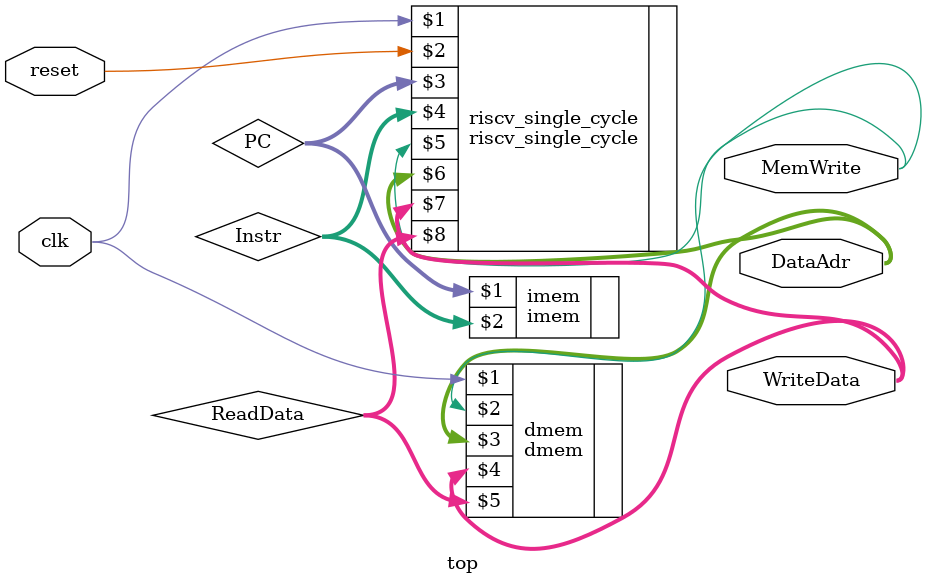
<source format=sv>
module top(input   logic              clk, reset,
                  output logic [31:0] WriteData, DataAdr,
                  output logic             MemWrite);
    logic [31:0] PC, Instr, ReadData;
    // instantiate processor and memories
     riscv_single_cycle riscv_single_cycle( clk, reset, PC, Instr, MemWrite,
DataAdr,  WriteData, ReadData);
    imem imem(PC, Instr);
    dmem dmem(clk, MemWrite, DataAdr, WriteData, ReadData);
 endmodule
</source>
